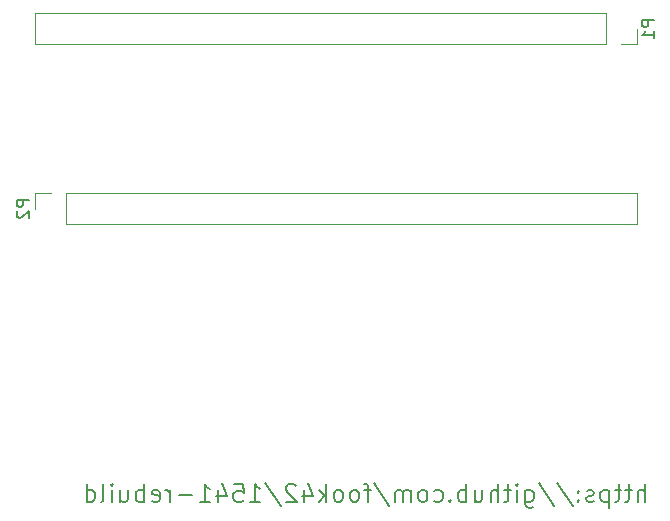
<source format=gbo>
%TF.GenerationSoftware,KiCad,Pcbnew,5.1.9+dfsg1-1*%
%TF.CreationDate,2021-08-26T00:34:26+02:00*%
%TF.ProjectId,1541-rebuild,31353431-2d72-4656-9275-696c642e6b69,1.4.2*%
%TF.SameCoordinates,Original*%
%TF.FileFunction,Legend,Bot*%
%TF.FilePolarity,Positive*%
%FSLAX46Y46*%
G04 Gerber Fmt 4.6, Leading zero omitted, Abs format (unit mm)*
G04 Created by KiCad (PCBNEW 5.1.9+dfsg1-1) date 2021-08-26 00:34:26*
%MOMM*%
%LPD*%
G01*
G04 APERTURE LIST*
%ADD10C,0.150000*%
%ADD11C,0.120000*%
G04 APERTURE END LIST*
D10*
X169438857Y-138600571D02*
X169438857Y-137100571D01*
X168796000Y-138600571D02*
X168796000Y-137814857D01*
X168867428Y-137672000D01*
X169010285Y-137600571D01*
X169224571Y-137600571D01*
X169367428Y-137672000D01*
X169438857Y-137743428D01*
X168296000Y-137600571D02*
X167724571Y-137600571D01*
X168081714Y-137100571D02*
X168081714Y-138386285D01*
X168010285Y-138529142D01*
X167867428Y-138600571D01*
X167724571Y-138600571D01*
X167438857Y-137600571D02*
X166867428Y-137600571D01*
X167224571Y-137100571D02*
X167224571Y-138386285D01*
X167153142Y-138529142D01*
X167010285Y-138600571D01*
X166867428Y-138600571D01*
X166367428Y-137600571D02*
X166367428Y-139100571D01*
X166367428Y-137672000D02*
X166224571Y-137600571D01*
X165938857Y-137600571D01*
X165796000Y-137672000D01*
X165724571Y-137743428D01*
X165653142Y-137886285D01*
X165653142Y-138314857D01*
X165724571Y-138457714D01*
X165796000Y-138529142D01*
X165938857Y-138600571D01*
X166224571Y-138600571D01*
X166367428Y-138529142D01*
X165081714Y-138529142D02*
X164938857Y-138600571D01*
X164653142Y-138600571D01*
X164510285Y-138529142D01*
X164438857Y-138386285D01*
X164438857Y-138314857D01*
X164510285Y-138172000D01*
X164653142Y-138100571D01*
X164867428Y-138100571D01*
X165010285Y-138029142D01*
X165081714Y-137886285D01*
X165081714Y-137814857D01*
X165010285Y-137672000D01*
X164867428Y-137600571D01*
X164653142Y-137600571D01*
X164510285Y-137672000D01*
X163796000Y-138457714D02*
X163724571Y-138529142D01*
X163796000Y-138600571D01*
X163867428Y-138529142D01*
X163796000Y-138457714D01*
X163796000Y-138600571D01*
X163796000Y-137672000D02*
X163724571Y-137743428D01*
X163796000Y-137814857D01*
X163867428Y-137743428D01*
X163796000Y-137672000D01*
X163796000Y-137814857D01*
X162010285Y-137029142D02*
X163296000Y-138957714D01*
X160438857Y-137029142D02*
X161724571Y-138957714D01*
X159296000Y-137600571D02*
X159296000Y-138814857D01*
X159367428Y-138957714D01*
X159438857Y-139029142D01*
X159581714Y-139100571D01*
X159796000Y-139100571D01*
X159938857Y-139029142D01*
X159296000Y-138529142D02*
X159438857Y-138600571D01*
X159724571Y-138600571D01*
X159867428Y-138529142D01*
X159938857Y-138457714D01*
X160010285Y-138314857D01*
X160010285Y-137886285D01*
X159938857Y-137743428D01*
X159867428Y-137672000D01*
X159724571Y-137600571D01*
X159438857Y-137600571D01*
X159296000Y-137672000D01*
X158581714Y-138600571D02*
X158581714Y-137600571D01*
X158581714Y-137100571D02*
X158653142Y-137172000D01*
X158581714Y-137243428D01*
X158510285Y-137172000D01*
X158581714Y-137100571D01*
X158581714Y-137243428D01*
X158081714Y-137600571D02*
X157510285Y-137600571D01*
X157867428Y-137100571D02*
X157867428Y-138386285D01*
X157796000Y-138529142D01*
X157653142Y-138600571D01*
X157510285Y-138600571D01*
X157010285Y-138600571D02*
X157010285Y-137100571D01*
X156367428Y-138600571D02*
X156367428Y-137814857D01*
X156438857Y-137672000D01*
X156581714Y-137600571D01*
X156796000Y-137600571D01*
X156938857Y-137672000D01*
X157010285Y-137743428D01*
X155010285Y-137600571D02*
X155010285Y-138600571D01*
X155653142Y-137600571D02*
X155653142Y-138386285D01*
X155581714Y-138529142D01*
X155438857Y-138600571D01*
X155224571Y-138600571D01*
X155081714Y-138529142D01*
X155010285Y-138457714D01*
X154296000Y-138600571D02*
X154296000Y-137100571D01*
X154296000Y-137672000D02*
X154153142Y-137600571D01*
X153867428Y-137600571D01*
X153724571Y-137672000D01*
X153653142Y-137743428D01*
X153581714Y-137886285D01*
X153581714Y-138314857D01*
X153653142Y-138457714D01*
X153724571Y-138529142D01*
X153867428Y-138600571D01*
X154153142Y-138600571D01*
X154296000Y-138529142D01*
X152938857Y-138457714D02*
X152867428Y-138529142D01*
X152938857Y-138600571D01*
X153010285Y-138529142D01*
X152938857Y-138457714D01*
X152938857Y-138600571D01*
X151581714Y-138529142D02*
X151724571Y-138600571D01*
X152010285Y-138600571D01*
X152153142Y-138529142D01*
X152224571Y-138457714D01*
X152296000Y-138314857D01*
X152296000Y-137886285D01*
X152224571Y-137743428D01*
X152153142Y-137672000D01*
X152010285Y-137600571D01*
X151724571Y-137600571D01*
X151581714Y-137672000D01*
X150724571Y-138600571D02*
X150867428Y-138529142D01*
X150938857Y-138457714D01*
X151010285Y-138314857D01*
X151010285Y-137886285D01*
X150938857Y-137743428D01*
X150867428Y-137672000D01*
X150724571Y-137600571D01*
X150510285Y-137600571D01*
X150367428Y-137672000D01*
X150296000Y-137743428D01*
X150224571Y-137886285D01*
X150224571Y-138314857D01*
X150296000Y-138457714D01*
X150367428Y-138529142D01*
X150510285Y-138600571D01*
X150724571Y-138600571D01*
X149581714Y-138600571D02*
X149581714Y-137600571D01*
X149581714Y-137743428D02*
X149510285Y-137672000D01*
X149367428Y-137600571D01*
X149153142Y-137600571D01*
X149010285Y-137672000D01*
X148938857Y-137814857D01*
X148938857Y-138600571D01*
X148938857Y-137814857D02*
X148867428Y-137672000D01*
X148724571Y-137600571D01*
X148510285Y-137600571D01*
X148367428Y-137672000D01*
X148296000Y-137814857D01*
X148296000Y-138600571D01*
X146510285Y-137029142D02*
X147796000Y-138957714D01*
X146224571Y-137600571D02*
X145653142Y-137600571D01*
X146010285Y-138600571D02*
X146010285Y-137314857D01*
X145938857Y-137172000D01*
X145796000Y-137100571D01*
X145653142Y-137100571D01*
X144938857Y-138600571D02*
X145081714Y-138529142D01*
X145153142Y-138457714D01*
X145224571Y-138314857D01*
X145224571Y-137886285D01*
X145153142Y-137743428D01*
X145081714Y-137672000D01*
X144938857Y-137600571D01*
X144724571Y-137600571D01*
X144581714Y-137672000D01*
X144510285Y-137743428D01*
X144438857Y-137886285D01*
X144438857Y-138314857D01*
X144510285Y-138457714D01*
X144581714Y-138529142D01*
X144724571Y-138600571D01*
X144938857Y-138600571D01*
X143581714Y-138600571D02*
X143724571Y-138529142D01*
X143795999Y-138457714D01*
X143867428Y-138314857D01*
X143867428Y-137886285D01*
X143795999Y-137743428D01*
X143724571Y-137672000D01*
X143581714Y-137600571D01*
X143367428Y-137600571D01*
X143224571Y-137672000D01*
X143153142Y-137743428D01*
X143081714Y-137886285D01*
X143081714Y-138314857D01*
X143153142Y-138457714D01*
X143224571Y-138529142D01*
X143367428Y-138600571D01*
X143581714Y-138600571D01*
X142438857Y-138600571D02*
X142438857Y-137100571D01*
X142295999Y-138029142D02*
X141867428Y-138600571D01*
X141867428Y-137600571D02*
X142438857Y-138172000D01*
X140581714Y-137600571D02*
X140581714Y-138600571D01*
X140938857Y-137029142D02*
X141295999Y-138100571D01*
X140367428Y-138100571D01*
X139867428Y-137243428D02*
X139795999Y-137172000D01*
X139653142Y-137100571D01*
X139295999Y-137100571D01*
X139153142Y-137172000D01*
X139081714Y-137243428D01*
X139010285Y-137386285D01*
X139010285Y-137529142D01*
X139081714Y-137743428D01*
X139938857Y-138600571D01*
X139010285Y-138600571D01*
X137295999Y-137029142D02*
X138581714Y-138957714D01*
X136010285Y-138600571D02*
X136867428Y-138600571D01*
X136438857Y-138600571D02*
X136438857Y-137100571D01*
X136581714Y-137314857D01*
X136724571Y-137457714D01*
X136867428Y-137529142D01*
X134653142Y-137100571D02*
X135367428Y-137100571D01*
X135438857Y-137814857D01*
X135367428Y-137743428D01*
X135224571Y-137672000D01*
X134867428Y-137672000D01*
X134724571Y-137743428D01*
X134653142Y-137814857D01*
X134581714Y-137957714D01*
X134581714Y-138314857D01*
X134653142Y-138457714D01*
X134724571Y-138529142D01*
X134867428Y-138600571D01*
X135224571Y-138600571D01*
X135367428Y-138529142D01*
X135438857Y-138457714D01*
X133295999Y-137600571D02*
X133295999Y-138600571D01*
X133653142Y-137029142D02*
X134010285Y-138100571D01*
X133081714Y-138100571D01*
X131724571Y-138600571D02*
X132581714Y-138600571D01*
X132153142Y-138600571D02*
X132153142Y-137100571D01*
X132295999Y-137314857D01*
X132438857Y-137457714D01*
X132581714Y-137529142D01*
X131081714Y-138029142D02*
X129938857Y-138029142D01*
X129224571Y-138600571D02*
X129224571Y-137600571D01*
X129224571Y-137886285D02*
X129153142Y-137743428D01*
X129081714Y-137672000D01*
X128938857Y-137600571D01*
X128795999Y-137600571D01*
X127724571Y-138529142D02*
X127867428Y-138600571D01*
X128153142Y-138600571D01*
X128295999Y-138529142D01*
X128367428Y-138386285D01*
X128367428Y-137814857D01*
X128295999Y-137672000D01*
X128153142Y-137600571D01*
X127867428Y-137600571D01*
X127724571Y-137672000D01*
X127653142Y-137814857D01*
X127653142Y-137957714D01*
X128367428Y-138100571D01*
X127010285Y-138600571D02*
X127010285Y-137100571D01*
X127010285Y-137672000D02*
X126867428Y-137600571D01*
X126581714Y-137600571D01*
X126438857Y-137672000D01*
X126367428Y-137743428D01*
X126295999Y-137886285D01*
X126295999Y-138314857D01*
X126367428Y-138457714D01*
X126438857Y-138529142D01*
X126581714Y-138600571D01*
X126867428Y-138600571D01*
X127010285Y-138529142D01*
X125010285Y-137600571D02*
X125010285Y-138600571D01*
X125653142Y-137600571D02*
X125653142Y-138386285D01*
X125581714Y-138529142D01*
X125438857Y-138600571D01*
X125224571Y-138600571D01*
X125081714Y-138529142D01*
X125010285Y-138457714D01*
X124295999Y-138600571D02*
X124295999Y-137600571D01*
X124295999Y-137100571D02*
X124367428Y-137172000D01*
X124295999Y-137243428D01*
X124224571Y-137172000D01*
X124295999Y-137100571D01*
X124295999Y-137243428D01*
X123367428Y-138600571D02*
X123510285Y-138529142D01*
X123581714Y-138386285D01*
X123581714Y-137100571D01*
X122153142Y-138600571D02*
X122153142Y-137100571D01*
X122153142Y-138529142D02*
X122295999Y-138600571D01*
X122581714Y-138600571D01*
X122724571Y-138529142D01*
X122795999Y-138457714D01*
X122867428Y-138314857D01*
X122867428Y-137886285D01*
X122795999Y-137743428D01*
X122724571Y-137672000D01*
X122581714Y-137600571D01*
X122295999Y-137600571D01*
X122153142Y-137672000D01*
D11*
X168716000Y-99882000D02*
X168716000Y-98552000D01*
X167386000Y-99882000D02*
X168716000Y-99882000D01*
X166116000Y-99882000D02*
X166116000Y-97222000D01*
X166116000Y-97222000D02*
X117796000Y-97222000D01*
X166116000Y-99882000D02*
X117796000Y-99882000D01*
X117796000Y-99882000D02*
X117796000Y-97222000D01*
X168716000Y-112462000D02*
X168716000Y-115122000D01*
X120396000Y-112462000D02*
X168716000Y-112462000D01*
X120396000Y-115122000D02*
X168716000Y-115122000D01*
X120396000Y-112462000D02*
X120396000Y-115122000D01*
X119126000Y-112462000D02*
X117796000Y-112462000D01*
X117796000Y-112462000D02*
X117796000Y-113792000D01*
D10*
X170168380Y-97813904D02*
X169168380Y-97813904D01*
X169168380Y-98194857D01*
X169216000Y-98290095D01*
X169263619Y-98337714D01*
X169358857Y-98385333D01*
X169501714Y-98385333D01*
X169596952Y-98337714D01*
X169644571Y-98290095D01*
X169692190Y-98194857D01*
X169692190Y-97813904D01*
X170168380Y-99337714D02*
X170168380Y-98766285D01*
X170168380Y-99052000D02*
X169168380Y-99052000D01*
X169311238Y-98956761D01*
X169406476Y-98861523D01*
X169454095Y-98766285D01*
X117248380Y-113053904D02*
X116248380Y-113053904D01*
X116248380Y-113434857D01*
X116296000Y-113530095D01*
X116343619Y-113577714D01*
X116438857Y-113625333D01*
X116581714Y-113625333D01*
X116676952Y-113577714D01*
X116724571Y-113530095D01*
X116772190Y-113434857D01*
X116772190Y-113053904D01*
X116343619Y-114006285D02*
X116296000Y-114053904D01*
X116248380Y-114149142D01*
X116248380Y-114387238D01*
X116296000Y-114482476D01*
X116343619Y-114530095D01*
X116438857Y-114577714D01*
X116534095Y-114577714D01*
X116676952Y-114530095D01*
X117248380Y-113958666D01*
X117248380Y-114577714D01*
M02*

</source>
